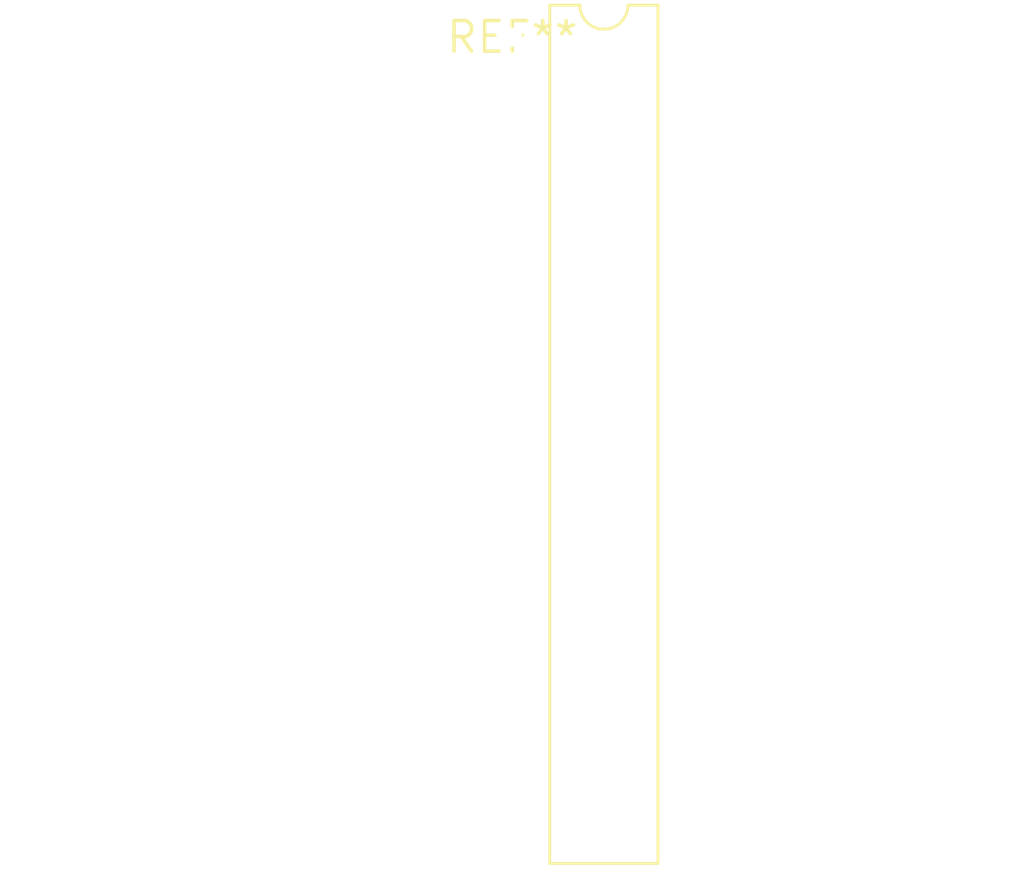
<source format=kicad_pcb>
(kicad_pcb (version 20240108) (generator pcbnew)
  (layers (0 "F.Cu" signal) (31 "B.Cu" signal) (34 "B.Paste" user) (35 "F.Paste" user) (36 "B.SilkS" user "B.Silkscreen") (37 "F.SilkS" user "F.Silkscreen") (38 "B.Mask" user) (39 "F.Mask" user) (44 "Edge.Cuts" user))
  (net 0 "")
  (footprint "CERDIP-28_W7.62mm_SideBrazed_LongPads" (layer "F.Cu") (at 0 0)
    (property "Reference" "REF**")
    (property "Value" "CERDIP-28_W7.62mm_SideBrazed_LongPads")
    (fp_line (start 1.56 -1.33) (end 1.56 34.35) (layer "F.SilkS") (stroke (width 0.12)))
    (fp_line (start 1.56 34.35) (end 6.06 34.35) (layer "F.SilkS") (stroke (width 0.12)))
    (fp_line (start 2.81 -1.33) (end 1.56 -1.33) (layer "F.SilkS") (stroke (width 0.12)))
    (fp_line (start 6.06 -1.33) (end 4.81 -1.33) (layer "F.SilkS") (stroke (width 0.12)))
    (fp_line (start 6.06 34.35) (end 6.06 -1.33) (layer "F.SilkS") (stroke (width 0.12)))
    (fp_arc (start 4.81 -1.33) (mid 3.81 -0.33) (end 2.81 -1.33) (layer "F.SilkS") (stroke (width 0.12)))
    (pad "1" thru_hole rect (at 0 0) (size 2.4 1.6) (drill 0.8) (layers *.Cu *.Mask) (remove_unused_layers))
    (pad "2" thru_hole oval (at 0 2.54) (size 2.4 1.6) (drill 0.8) (layers *.Cu *.Mask) (remove_unused_layers))
    (pad "3" thru_hole oval (at 0 5.08) (size 2.4 1.6) (drill 0.8) (layers *.Cu *.Mask) (remove_unused_layers))
    (pad "4" thru_hole oval (at 0 7.62) (size 2.4 1.6) (drill 0.8) (layers *.Cu *.Mask) (remove_unused_layers))
    (pad "5" thru_hole oval (at 0 10.16) (size 2.4 1.6) (drill 0.8) (layers *.Cu *.Mask) (remove_unused_layers))
    (pad "6" thru_hole oval (at 0 12.7) (size 2.4 1.6) (drill 0.8) (layers *.Cu *.Mask) (remove_unused_layers))
    (pad "7" thru_hole oval (at 0 15.24) (size 2.4 1.6) (drill 0.8) (layers *.Cu *.Mask) (remove_unused_layers))
    (pad "8" thru_hole oval (at 0 17.78) (size 2.4 1.6) (drill 0.8) (layers *.Cu *.Mask) (remove_unused_layers))
    (pad "9" thru_hole oval (at 0 20.32) (size 2.4 1.6) (drill 0.8) (layers *.Cu *.Mask) (remove_unused_layers))
    (pad "10" thru_hole oval (at 0 22.86) (size 2.4 1.6) (drill 0.8) (layers *.Cu *.Mask) (remove_unused_layers))
    (pad "11" thru_hole oval (at 0 25.4) (size 2.4 1.6) (drill 0.8) (layers *.Cu *.Mask) (remove_unused_layers))
    (pad "12" thru_hole oval (at 0 27.94) (size 2.4 1.6) (drill 0.8) (layers *.Cu *.Mask) (remove_unused_layers))
    (pad "13" thru_hole oval (at 0 30.48) (size 2.4 1.6) (drill 0.8) (layers *.Cu *.Mask) (remove_unused_layers))
    (pad "14" thru_hole oval (at 0 33.02) (size 2.4 1.6) (drill 0.8) (layers *.Cu *.Mask) (remove_unused_layers))
    (pad "15" thru_hole oval (at 7.62 33.02) (size 2.4 1.6) (drill 0.8) (layers *.Cu *.Mask) (remove_unused_layers))
    (pad "16" thru_hole oval (at 7.62 30.48) (size 2.4 1.6) (drill 0.8) (layers *.Cu *.Mask) (remove_unused_layers))
    (pad "17" thru_hole oval (at 7.62 27.94) (size 2.4 1.6) (drill 0.8) (layers *.Cu *.Mask) (remove_unused_layers))
    (pad "18" thru_hole oval (at 7.62 25.4) (size 2.4 1.6) (drill 0.8) (layers *.Cu *.Mask) (remove_unused_layers))
    (pad "19" thru_hole oval (at 7.62 22.86) (size 2.4 1.6) (drill 0.8) (layers *.Cu *.Mask) (remove_unused_layers))
    (pad "20" thru_hole oval (at 7.62 20.32) (size 2.4 1.6) (drill 0.8) (layers *.Cu *.Mask) (remove_unused_layers))
    (pad "21" thru_hole oval (at 7.62 17.78) (size 2.4 1.6) (drill 0.8) (layers *.Cu *.Mask) (remove_unused_layers))
    (pad "22" thru_hole oval (at 7.62 15.24) (size 2.4 1.6) (drill 0.8) (layers *.Cu *.Mask) (remove_unused_layers))
    (pad "23" thru_hole oval (at 7.62 12.7) (size 2.4 1.6) (drill 0.8) (layers *.Cu *.Mask) (remove_unused_layers))
    (pad "24" thru_hole oval (at 7.62 10.16) (size 2.4 1.6) (drill 0.8) (layers *.Cu *.Mask) (remove_unused_layers))
    (pad "25" thru_hole oval (at 7.62 7.62) (size 2.4 1.6) (drill 0.8) (layers *.Cu *.Mask) (remove_unused_layers))
    (pad "26" thru_hole oval (at 7.62 5.08) (size 2.4 1.6) (drill 0.8) (layers *.Cu *.Mask) (remove_unused_layers))
    (pad "27" thru_hole oval (at 7.62 2.54) (size 2.4 1.6) (drill 0.8) (layers *.Cu *.Mask) (remove_unused_layers))
    (pad "28" thru_hole oval (at 7.62 0) (size 2.4 1.6) (drill 0.8) (layers *.Cu *.Mask) (remove_unused_layers))
  )
)
</source>
